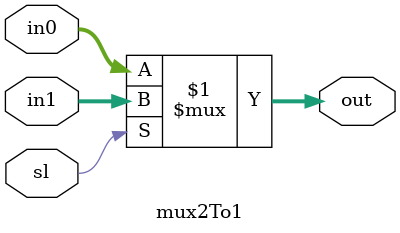
<source format=v>
module mux2To1(in0, in1, sl, out);
        input [31:0] in0, in1;
        input sl;
        output [31:0] out;
        
        assign out = sl ? in1 : in0; 
endmodule
</source>
